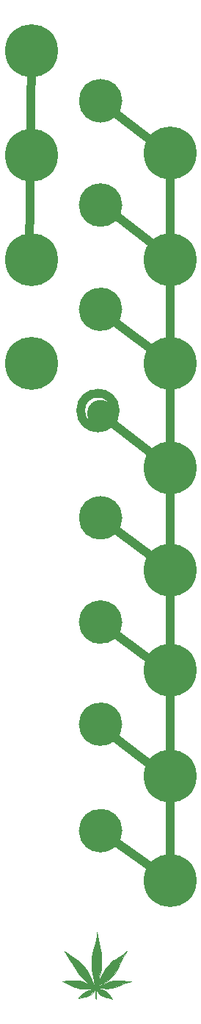
<source format=gbr>
G04 #@! TF.GenerationSoftware,KiCad,Pcbnew,(5.1.5-0)*
G04 #@! TF.CreationDate,2021-01-12T22:55:02-08:00*
G04 #@! TF.ProjectId,statues,73746174-7565-4732-9e6b-696361645f70,rev?*
G04 #@! TF.SameCoordinates,Original*
G04 #@! TF.FileFunction,Copper,L1,Top*
G04 #@! TF.FilePolarity,Positive*
%FSLAX46Y46*%
G04 Gerber Fmt 4.6, Leading zero omitted, Abs format (unit mm)*
G04 Created by KiCad (PCBNEW (5.1.5-0)) date 2021-01-12 22:55:02*
%MOMM*%
%LPD*%
G04 APERTURE LIST*
%ADD10C,1.000000*%
%ADD11C,0.100000*%
%ADD12C,3.100000*%
%ADD13C,6.100000*%
G04 APERTURE END LIST*
D10*
X20750000Y-133250000D02*
X28500000Y-139250000D01*
X22500000Y-205250000D02*
G75*
G03X22500000Y-205250000I-2000000J0D01*
G01*
X20750000Y-205500000D02*
X28500000Y-211000000D01*
X22500000Y-193000000D02*
G75*
G03X22500000Y-193000000I-2000000J0D01*
G01*
X20750000Y-193500000D02*
X28250000Y-199250000D01*
X22500000Y-181250000D02*
G75*
G03X22500000Y-181250000I-2000000J0D01*
G01*
X20750000Y-181500000D02*
X28500000Y-187250000D01*
X22500000Y-169250000D02*
G75*
G03X22500000Y-169250000I-2000000J0D01*
G01*
X20750000Y-169500000D02*
X28500000Y-175250000D01*
X20750000Y-157500000D02*
X28500000Y-163500000D01*
X22200000Y-156900000D02*
G75*
G03X22200000Y-156900000I-2000000J0D01*
G01*
X22500000Y-145250000D02*
G75*
G03X22500000Y-145250000I-2000000J0D01*
G01*
X20500000Y-145500000D02*
X28500000Y-151500000D01*
X22500000Y-133250000D02*
G75*
G03X22500000Y-133250000I-2000000J0D01*
G01*
X22500000Y-121250000D02*
G75*
G03X22500000Y-121250000I-2000000J0D01*
G01*
X28500000Y-127500000D02*
X21000000Y-121750000D01*
X28500000Y-127500000D02*
X28500000Y-211250000D01*
X12500000Y-115500000D02*
X12250000Y-139500000D01*
D11*
G36*
X16596400Y-219324900D02*
G01*
X16913900Y-219566200D01*
X17479050Y-219883700D01*
X18075950Y-220315500D01*
X18450600Y-220696500D01*
X18850650Y-221261650D01*
X19447550Y-222442750D01*
X19746000Y-223007900D01*
X19758700Y-223020600D01*
X19428500Y-223046000D01*
X19326900Y-222995200D01*
X18971300Y-222747550D01*
X18564900Y-222379250D01*
X18234700Y-222030000D01*
X17879100Y-221598200D01*
X17599700Y-221179100D01*
X17409200Y-220925100D01*
X17155200Y-220467900D01*
X16901200Y-220099600D01*
X16659900Y-219680500D01*
X16380500Y-219121700D01*
X16596400Y-219324900D01*
G37*
X16596400Y-219324900D02*
X16913900Y-219566200D01*
X17479050Y-219883700D01*
X18075950Y-220315500D01*
X18450600Y-220696500D01*
X18850650Y-221261650D01*
X19447550Y-222442750D01*
X19746000Y-223007900D01*
X19758700Y-223020600D01*
X19428500Y-223046000D01*
X19326900Y-222995200D01*
X18971300Y-222747550D01*
X18564900Y-222379250D01*
X18234700Y-222030000D01*
X17879100Y-221598200D01*
X17599700Y-221179100D01*
X17409200Y-220925100D01*
X17155200Y-220467900D01*
X16901200Y-220099600D01*
X16659900Y-219680500D01*
X16380500Y-219121700D01*
X16596400Y-219324900D01*
G36*
X18002925Y-222503075D02*
G01*
X18339475Y-222598325D01*
X18603000Y-222690400D01*
X19301500Y-223096800D01*
X19331980Y-223124740D01*
X19339600Y-223109500D01*
X19339600Y-223122200D01*
X19331980Y-223124740D01*
X19250700Y-223287300D01*
X19644400Y-223427000D01*
X19434850Y-223452400D01*
X19041150Y-223477800D01*
X18564900Y-223477800D01*
X18120400Y-223414300D01*
X17637800Y-223300000D01*
X17244100Y-223185700D01*
X16837700Y-222957100D01*
X16520200Y-222728500D01*
X16113800Y-222601500D01*
X16761500Y-222550700D01*
X17294900Y-222512600D01*
X17758450Y-222506250D01*
X18002925Y-222503075D01*
G37*
X18002925Y-222503075D02*
X18339475Y-222598325D01*
X18603000Y-222690400D01*
X19301500Y-223096800D01*
X19331980Y-223124740D01*
X19339600Y-223109500D01*
X19339600Y-223122200D01*
X19331980Y-223124740D01*
X19250700Y-223287300D01*
X19644400Y-223427000D01*
X19434850Y-223452400D01*
X19041150Y-223477800D01*
X18564900Y-223477800D01*
X18120400Y-223414300D01*
X17637800Y-223300000D01*
X17244100Y-223185700D01*
X16837700Y-222957100D01*
X16520200Y-222728500D01*
X16113800Y-222601500D01*
X16761500Y-222550700D01*
X17294900Y-222512600D01*
X17758450Y-222506250D01*
X18002925Y-222503075D01*
G36*
X19866650Y-223566700D02*
G01*
X19498350Y-223998500D01*
X19060200Y-224271550D01*
X18679200Y-224411250D01*
X17929900Y-224576350D01*
X18412500Y-224049300D01*
X18806200Y-223782600D01*
X19174500Y-223579400D01*
X19644400Y-223503200D01*
X19669800Y-223503200D01*
X19866650Y-223566700D01*
G37*
X19866650Y-223566700D02*
X19498350Y-223998500D01*
X19060200Y-224271550D01*
X18679200Y-224411250D01*
X17929900Y-224576350D01*
X18412500Y-224049300D01*
X18806200Y-223782600D01*
X19174500Y-223579400D01*
X19644400Y-223503200D01*
X19669800Y-223503200D01*
X19866650Y-223566700D01*
G36*
X20000000Y-223084100D02*
G01*
X19788862Y-223277775D01*
X20007937Y-223373025D01*
X20758825Y-223915950D01*
X20577850Y-224011200D01*
X20000000Y-223554000D01*
X20012700Y-224646200D01*
X19898400Y-224506500D01*
X19892050Y-223617500D01*
X19936500Y-223617500D01*
X19555500Y-223401600D01*
X19269750Y-223249200D01*
X19434850Y-222969800D01*
X20000000Y-223084100D01*
G37*
X20000000Y-223084100D02*
X19788862Y-223277775D01*
X20007937Y-223373025D01*
X20758825Y-223915950D01*
X20577850Y-224011200D01*
X20000000Y-223554000D01*
X20012700Y-224646200D01*
X19898400Y-224506500D01*
X19892050Y-223617500D01*
X19936500Y-223617500D01*
X19555500Y-223401600D01*
X19269750Y-223249200D01*
X19434850Y-222969800D01*
X20000000Y-223084100D01*
G36*
X20641350Y-223541300D02*
G01*
X21193800Y-223820700D01*
X21520825Y-224147725D01*
X21655763Y-224377913D01*
X21887538Y-224647788D01*
X21581150Y-224563650D01*
X21327150Y-224487450D01*
X21149350Y-224423950D01*
X20774700Y-224290600D01*
X20415925Y-224096925D01*
X20155575Y-223811175D01*
X20031750Y-223649250D01*
X20095250Y-223687350D01*
X20069850Y-223623850D01*
X20133350Y-223452400D01*
X20641350Y-223541300D01*
G37*
X20641350Y-223541300D02*
X21193800Y-223820700D01*
X21520825Y-224147725D01*
X21655763Y-224377913D01*
X21887538Y-224647788D01*
X21581150Y-224563650D01*
X21327150Y-224487450D01*
X21149350Y-224423950D01*
X20774700Y-224290600D01*
X20415925Y-224096925D01*
X20155575Y-223811175D01*
X20031750Y-223649250D01*
X20095250Y-223687350D01*
X20069850Y-223623850D01*
X20133350Y-223452400D01*
X20641350Y-223541300D01*
G36*
X23073400Y-222538000D02*
G01*
X23505200Y-222563400D01*
X24083207Y-222573943D01*
X23403600Y-222728500D01*
X22971800Y-222919000D01*
X22628900Y-223134900D01*
X22209800Y-223300000D01*
X21676400Y-223388900D01*
X21231900Y-223414300D01*
X20654050Y-223395250D01*
X20076200Y-223376200D01*
X20012700Y-223300000D01*
X20228600Y-223236500D01*
X20235585Y-223185700D01*
X20551815Y-223058700D01*
X21085850Y-222830100D01*
X21638300Y-222626900D01*
X22032000Y-222512600D01*
X22476500Y-222512600D01*
X23073400Y-222538000D01*
G37*
X23073400Y-222538000D02*
X23505200Y-222563400D01*
X24083207Y-222573943D01*
X23403600Y-222728500D01*
X22971800Y-222919000D01*
X22628900Y-223134900D01*
X22209800Y-223300000D01*
X21676400Y-223388900D01*
X21231900Y-223414300D01*
X20654050Y-223395250D01*
X20076200Y-223376200D01*
X20012700Y-223300000D01*
X20228600Y-223236500D01*
X20235585Y-223185700D01*
X20551815Y-223058700D01*
X21085850Y-222830100D01*
X21638300Y-222626900D01*
X22032000Y-222512600D01*
X22476500Y-222512600D01*
X23073400Y-222538000D01*
G36*
X23060700Y-219883700D02*
G01*
X22819400Y-220379000D01*
X22616200Y-220836200D01*
X22355850Y-221356900D01*
X22082800Y-221712500D01*
X21771650Y-222125250D01*
X21301750Y-222518950D01*
X20800100Y-222855500D01*
X19695200Y-223452400D01*
X19720600Y-223122200D01*
X20025400Y-223071400D01*
X20273050Y-222633250D01*
X20488950Y-222169700D01*
X20654050Y-221839500D01*
X20838200Y-221547400D01*
X21003300Y-221229900D01*
X21282700Y-220874300D01*
X21562100Y-220556800D01*
X21892300Y-220264700D01*
X22235200Y-220036100D01*
X22616200Y-219782100D01*
X23009900Y-219515400D01*
X23543300Y-219121700D01*
X23060700Y-219883700D01*
G37*
X23060700Y-219883700D02*
X22819400Y-220379000D01*
X22616200Y-220836200D01*
X22355850Y-221356900D01*
X22082800Y-221712500D01*
X21771650Y-222125250D01*
X21301750Y-222518950D01*
X20800100Y-222855500D01*
X19695200Y-223452400D01*
X19720600Y-223122200D01*
X20025400Y-223071400D01*
X20273050Y-222633250D01*
X20488950Y-222169700D01*
X20654050Y-221839500D01*
X20838200Y-221547400D01*
X21003300Y-221229900D01*
X21282700Y-220874300D01*
X21562100Y-220556800D01*
X21892300Y-220264700D01*
X22235200Y-220036100D01*
X22616200Y-219782100D01*
X23009900Y-219515400D01*
X23543300Y-219121700D01*
X23060700Y-219883700D01*
G36*
X20215900Y-217750100D02*
G01*
X20317500Y-218232700D01*
X20431800Y-218689900D01*
X20514350Y-219020100D01*
X20577850Y-219401100D01*
X20622300Y-219921800D01*
X20622300Y-220455200D01*
X20571500Y-221039400D01*
X20508000Y-221560100D01*
X20365125Y-222055400D01*
X20066675Y-223071400D01*
X19853950Y-223020600D01*
X19619000Y-222106200D01*
X19445962Y-221242600D01*
X19461837Y-220455200D01*
X19514225Y-219794800D01*
X19676150Y-219020100D01*
X19911100Y-218207300D01*
X20038100Y-217432600D01*
X20101600Y-216911900D01*
X20215900Y-217750100D01*
G37*
X20215900Y-217750100D02*
X20317500Y-218232700D01*
X20431800Y-218689900D01*
X20514350Y-219020100D01*
X20577850Y-219401100D01*
X20622300Y-219921800D01*
X20622300Y-220455200D01*
X20571500Y-221039400D01*
X20508000Y-221560100D01*
X20365125Y-222055400D01*
X20066675Y-223071400D01*
X19853950Y-223020600D01*
X19619000Y-222106200D01*
X19445962Y-221242600D01*
X19461837Y-220455200D01*
X19514225Y-219794800D01*
X19676150Y-219020100D01*
X19911100Y-218207300D01*
X20038100Y-217432600D01*
X20101600Y-216911900D01*
X20215900Y-217750100D01*
D12*
X20500000Y-205250000D03*
X20500000Y-193000000D03*
X20500000Y-181250000D03*
X20500000Y-169250000D03*
X20500000Y-157250000D03*
X20500000Y-145250000D03*
X20500000Y-133250000D03*
X20500000Y-121250000D03*
D13*
X28500000Y-175250000D03*
X28500000Y-163500000D03*
X12500000Y-151500000D03*
X28500000Y-151500000D03*
X12500000Y-139500000D03*
X28500000Y-139500000D03*
X12500000Y-127500000D03*
X28500000Y-127250000D03*
X12500000Y-115500000D03*
X28500000Y-186750000D03*
X28500000Y-199000000D03*
X28500000Y-211000000D03*
M02*

</source>
